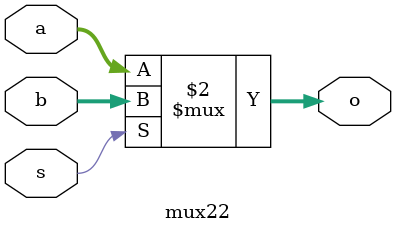
<source format=v>
`timescale 1ns / 1ps
module mux22(
    input [1:0] a,
    input [1:0] b,
    input s,
    output [1:0] o
    );

	 
	 assign o = (s==0) ? a:
					  b;
endmodule

</source>
